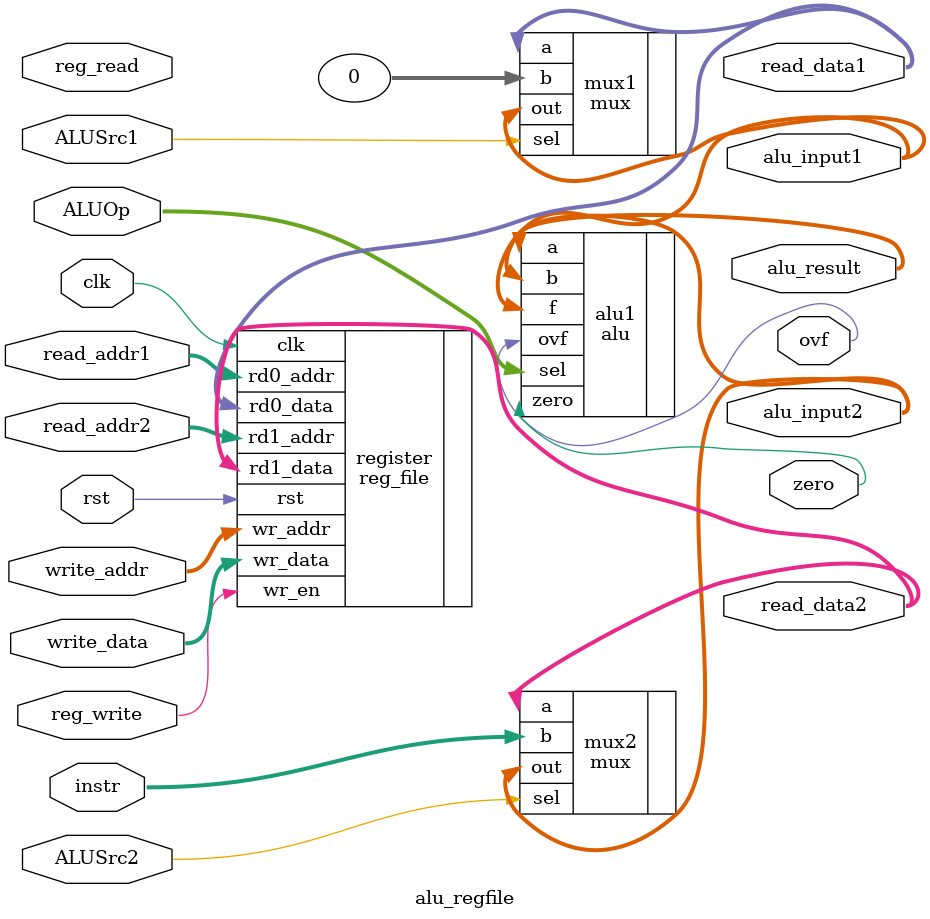
<source format=v>
module alu_regfile(
    input clk,
    input rst,
    input [4:0] read_addr1,
    input [4:0] read_addr2,
    input [4:0] write_addr,
    input [31:0] write_data,
    input reg_write,
    input reg_read,
    input [15:0] instr,
    input ALUSrc1,
    input ALUSrc2,
    input [2:0] ALUOp,
    output [31:0] read_data1,
    output [31:0] read_data2,
    output [31:0] alu_input1,
    output [31:0] alu_input2,
    output [31:0] alu_result,
    output ovf,
    output zero
    );

wire clk;
wire rst;
wire [4:0] read_addr1;
wire [4:0] read_addr2;
wire [4:0] write_addr;
wire [31:0] write_data;
wire reg_write;
wire reg_read;
//reg read_data1;
//reg read_data2;

 wire [31:0] alu_input1;
 wire [31:0] alu_input2;
 wire [31:0] read_data1;
 wire [31:0] read_data2; 
    
//Set up reg file
reg_file register(
.clk(clk),
.rst(rst),
.rd0_addr(read_addr1),
.rd1_addr(read_addr2),
.wr_addr(write_addr),
.wr_data(write_data),
.wr_en(reg_write),
.rd0_data(read_data1),
.rd1_data(read_data2)
);

//Set up muxes
wire ALUSrc1;
//reg alu_input1;

mux mux1(
.a(read_data1),
.b(0),
.sel(ALUSrc1),
.out(alu_input1)
);

wire [15:0] instr;
wire ALUSrc2;
//reg alu_input2;

mux mux2(
.a(read_data2),
.b(instr),
.sel(ALUSrc2),
.out(alu_input2)
);


wire [2:0] ALUOp;
wire [31:0] alu_result;
wire ovf;
wire zero;

//Set up alu
alu alu1(
.a(alu_input1),
.b(alu_input2),
.sel(ALUOp),
.f(alu_result),
.ovf(ovf),
.zero(zero)
);

endmodule
</source>
